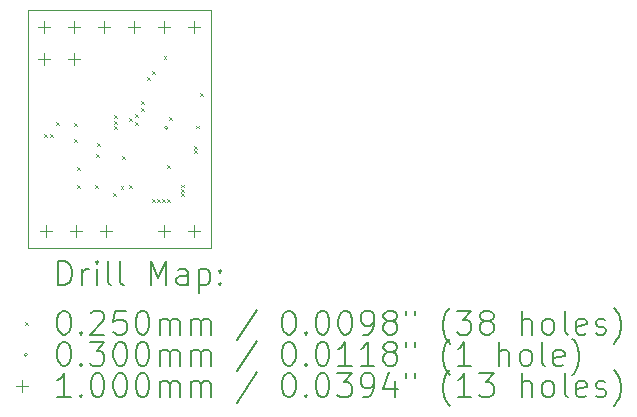
<source format=gbr>
%TF.GenerationSoftware,KiCad,Pcbnew,8.0.3*%
%TF.CreationDate,2024-11-10T00:39:22+08:00*%
%TF.ProjectId,NekoPurrTech_TiltingCtrl,4e656b6f-5075-4727-9254-6563685f5469,rev?*%
%TF.SameCoordinates,Original*%
%TF.FileFunction,Drillmap*%
%TF.FilePolarity,Positive*%
%FSLAX45Y45*%
G04 Gerber Fmt 4.5, Leading zero omitted, Abs format (unit mm)*
G04 Created by KiCad (PCBNEW 8.0.3) date 2024-11-10 00:39:22*
%MOMM*%
%LPD*%
G01*
G04 APERTURE LIST*
%ADD10C,0.050000*%
%ADD11C,0.200000*%
%ADD12C,0.100000*%
G04 APERTURE END LIST*
D10*
X8499000Y-5488000D02*
X10047000Y-5488000D01*
X10047000Y-7501000D01*
X8499000Y-7501000D01*
X8499000Y-5488000D01*
D11*
D12*
X8639500Y-6537500D02*
X8664500Y-6562500D01*
X8664500Y-6537500D02*
X8639500Y-6562500D01*
X8688500Y-6537500D02*
X8713500Y-6562500D01*
X8713500Y-6537500D02*
X8688500Y-6562500D01*
X8733500Y-6437000D02*
X8758500Y-6462000D01*
X8758500Y-6437000D02*
X8733500Y-6462000D01*
X8890000Y-6581500D02*
X8915000Y-6606500D01*
X8915000Y-6581500D02*
X8890000Y-6606500D01*
X8892500Y-6445500D02*
X8917500Y-6470500D01*
X8917500Y-6445500D02*
X8892500Y-6470500D01*
X8913775Y-6820711D02*
X8938775Y-6845711D01*
X8938775Y-6820711D02*
X8913775Y-6845711D01*
X8916500Y-6966500D02*
X8941500Y-6991500D01*
X8941500Y-6966500D02*
X8916500Y-6991500D01*
X9066500Y-6969500D02*
X9091500Y-6994500D01*
X9091500Y-6969500D02*
X9066500Y-6994500D01*
X9074500Y-6710000D02*
X9099500Y-6735000D01*
X9099500Y-6710000D02*
X9074500Y-6735000D01*
X9084407Y-6610406D02*
X9109407Y-6635406D01*
X9109407Y-6610406D02*
X9084407Y-6635406D01*
X9223500Y-7037500D02*
X9248500Y-7062500D01*
X9248500Y-7037500D02*
X9223500Y-7062500D01*
X9224500Y-6380500D02*
X9249500Y-6405500D01*
X9249500Y-6380500D02*
X9224500Y-6405500D01*
X9224500Y-6425500D02*
X9249500Y-6450500D01*
X9249500Y-6425500D02*
X9224500Y-6450500D01*
X9224500Y-6470500D02*
X9249500Y-6495500D01*
X9249500Y-6470500D02*
X9224500Y-6495500D01*
X9283500Y-6981500D02*
X9308500Y-7006500D01*
X9308500Y-6981500D02*
X9283500Y-7006500D01*
X9299800Y-6721200D02*
X9324800Y-6746200D01*
X9324800Y-6721200D02*
X9299800Y-6746200D01*
X9352500Y-6970500D02*
X9377500Y-6995500D01*
X9377500Y-6970500D02*
X9352500Y-6995500D01*
X9354500Y-6401500D02*
X9379500Y-6426500D01*
X9379500Y-6401500D02*
X9354500Y-6426500D01*
X9404256Y-6367969D02*
X9429256Y-6392969D01*
X9429256Y-6367969D02*
X9404256Y-6392969D01*
X9404423Y-6434782D02*
X9429423Y-6459782D01*
X9429423Y-6434782D02*
X9404423Y-6459782D01*
X9455500Y-6320000D02*
X9480500Y-6345000D01*
X9480500Y-6320000D02*
X9455500Y-6345000D01*
X9455500Y-6255000D02*
X9480500Y-6280000D01*
X9480500Y-6255000D02*
X9455500Y-6280000D01*
X9506500Y-6058500D02*
X9531500Y-6083500D01*
X9531500Y-6058500D02*
X9506500Y-6083500D01*
X9547500Y-6002500D02*
X9572500Y-6027500D01*
X9572500Y-6002500D02*
X9547500Y-6027500D01*
X9553500Y-7084500D02*
X9578500Y-7109500D01*
X9578500Y-7084500D02*
X9553500Y-7109500D01*
X9594500Y-7084500D02*
X9619500Y-7109500D01*
X9619500Y-7084500D02*
X9594500Y-7109500D01*
X9635500Y-7084500D02*
X9660500Y-7109500D01*
X9660500Y-7084500D02*
X9635500Y-7109500D01*
X9647500Y-5879500D02*
X9672500Y-5904500D01*
X9672500Y-5879500D02*
X9647500Y-5904500D01*
X9676482Y-6798193D02*
X9701482Y-6823193D01*
X9701482Y-6798193D02*
X9676482Y-6823193D01*
X9676500Y-7084500D02*
X9701500Y-7109500D01*
X9701500Y-7084500D02*
X9676500Y-7109500D01*
X9697500Y-6390500D02*
X9722500Y-6415500D01*
X9722500Y-6390500D02*
X9697500Y-6415500D01*
X9792500Y-6965000D02*
X9817500Y-6990000D01*
X9817500Y-6965000D02*
X9792500Y-6990000D01*
X9792500Y-7000000D02*
X9817500Y-7025000D01*
X9817500Y-7000000D02*
X9792500Y-7025000D01*
X9792500Y-7035000D02*
X9817500Y-7060000D01*
X9817500Y-7035000D02*
X9792500Y-7060000D01*
X9908500Y-6635500D02*
X9933500Y-6660500D01*
X9933500Y-6635500D02*
X9908500Y-6660500D01*
X9908500Y-6676500D02*
X9933500Y-6701500D01*
X9933500Y-6676500D02*
X9908500Y-6701500D01*
X9920000Y-6465503D02*
X9945000Y-6490503D01*
X9945000Y-6465503D02*
X9920000Y-6490503D01*
X9956500Y-6191500D02*
X9981500Y-6216500D01*
X9981500Y-6191500D02*
X9956500Y-6216500D01*
X9687331Y-6484777D02*
G75*
G02*
X9657331Y-6484777I-15000J0D01*
G01*
X9657331Y-6484777D02*
G75*
G02*
X9687331Y-6484777I15000J0D01*
G01*
X8634500Y-5850000D02*
X8634500Y-5950000D01*
X8584500Y-5900000D02*
X8684500Y-5900000D01*
X8635000Y-5580000D02*
X8635000Y-5680000D01*
X8585000Y-5630000D02*
X8685000Y-5630000D01*
X8650000Y-7310000D02*
X8650000Y-7410000D01*
X8600000Y-7360000D02*
X8700000Y-7360000D01*
X8888500Y-5850000D02*
X8888500Y-5950000D01*
X8838500Y-5900000D02*
X8938500Y-5900000D01*
X8889000Y-5580000D02*
X8889000Y-5680000D01*
X8839000Y-5630000D02*
X8939000Y-5630000D01*
X8904000Y-7310000D02*
X8904000Y-7410000D01*
X8854000Y-7360000D02*
X8954000Y-7360000D01*
X9143000Y-5580000D02*
X9143000Y-5680000D01*
X9093000Y-5630000D02*
X9193000Y-5630000D01*
X9158000Y-7310000D02*
X9158000Y-7410000D01*
X9108000Y-7360000D02*
X9208000Y-7360000D01*
X9397000Y-5580000D02*
X9397000Y-5680000D01*
X9347000Y-5630000D02*
X9447000Y-5630000D01*
X9648500Y-7310000D02*
X9648500Y-7410000D01*
X9598500Y-7360000D02*
X9698500Y-7360000D01*
X9651000Y-5580000D02*
X9651000Y-5680000D01*
X9601000Y-5630000D02*
X9701000Y-5630000D01*
X9902500Y-7310000D02*
X9902500Y-7410000D01*
X9852500Y-7360000D02*
X9952500Y-7360000D01*
X9905000Y-5580000D02*
X9905000Y-5680000D01*
X9855000Y-5630000D02*
X9955000Y-5630000D01*
D11*
X8757277Y-7814984D02*
X8757277Y-7614984D01*
X8757277Y-7614984D02*
X8804896Y-7614984D01*
X8804896Y-7614984D02*
X8833467Y-7624508D01*
X8833467Y-7624508D02*
X8852515Y-7643555D01*
X8852515Y-7643555D02*
X8862039Y-7662603D01*
X8862039Y-7662603D02*
X8871563Y-7700698D01*
X8871563Y-7700698D02*
X8871563Y-7729269D01*
X8871563Y-7729269D02*
X8862039Y-7767365D01*
X8862039Y-7767365D02*
X8852515Y-7786412D01*
X8852515Y-7786412D02*
X8833467Y-7805460D01*
X8833467Y-7805460D02*
X8804896Y-7814984D01*
X8804896Y-7814984D02*
X8757277Y-7814984D01*
X8957277Y-7814984D02*
X8957277Y-7681650D01*
X8957277Y-7719746D02*
X8966801Y-7700698D01*
X8966801Y-7700698D02*
X8976324Y-7691174D01*
X8976324Y-7691174D02*
X8995372Y-7681650D01*
X8995372Y-7681650D02*
X9014420Y-7681650D01*
X9081086Y-7814984D02*
X9081086Y-7681650D01*
X9081086Y-7614984D02*
X9071563Y-7624508D01*
X9071563Y-7624508D02*
X9081086Y-7634031D01*
X9081086Y-7634031D02*
X9090610Y-7624508D01*
X9090610Y-7624508D02*
X9081086Y-7614984D01*
X9081086Y-7614984D02*
X9081086Y-7634031D01*
X9204896Y-7814984D02*
X9185848Y-7805460D01*
X9185848Y-7805460D02*
X9176324Y-7786412D01*
X9176324Y-7786412D02*
X9176324Y-7614984D01*
X9309658Y-7814984D02*
X9290610Y-7805460D01*
X9290610Y-7805460D02*
X9281086Y-7786412D01*
X9281086Y-7786412D02*
X9281086Y-7614984D01*
X9538229Y-7814984D02*
X9538229Y-7614984D01*
X9538229Y-7614984D02*
X9604896Y-7757841D01*
X9604896Y-7757841D02*
X9671563Y-7614984D01*
X9671563Y-7614984D02*
X9671563Y-7814984D01*
X9852515Y-7814984D02*
X9852515Y-7710222D01*
X9852515Y-7710222D02*
X9842991Y-7691174D01*
X9842991Y-7691174D02*
X9823944Y-7681650D01*
X9823944Y-7681650D02*
X9785848Y-7681650D01*
X9785848Y-7681650D02*
X9766801Y-7691174D01*
X9852515Y-7805460D02*
X9833467Y-7814984D01*
X9833467Y-7814984D02*
X9785848Y-7814984D01*
X9785848Y-7814984D02*
X9766801Y-7805460D01*
X9766801Y-7805460D02*
X9757277Y-7786412D01*
X9757277Y-7786412D02*
X9757277Y-7767365D01*
X9757277Y-7767365D02*
X9766801Y-7748317D01*
X9766801Y-7748317D02*
X9785848Y-7738793D01*
X9785848Y-7738793D02*
X9833467Y-7738793D01*
X9833467Y-7738793D02*
X9852515Y-7729269D01*
X9947753Y-7681650D02*
X9947753Y-7881650D01*
X9947753Y-7691174D02*
X9966801Y-7681650D01*
X9966801Y-7681650D02*
X10004896Y-7681650D01*
X10004896Y-7681650D02*
X10023944Y-7691174D01*
X10023944Y-7691174D02*
X10033467Y-7700698D01*
X10033467Y-7700698D02*
X10042991Y-7719746D01*
X10042991Y-7719746D02*
X10042991Y-7776888D01*
X10042991Y-7776888D02*
X10033467Y-7795936D01*
X10033467Y-7795936D02*
X10023944Y-7805460D01*
X10023944Y-7805460D02*
X10004896Y-7814984D01*
X10004896Y-7814984D02*
X9966801Y-7814984D01*
X9966801Y-7814984D02*
X9947753Y-7805460D01*
X10128705Y-7795936D02*
X10138229Y-7805460D01*
X10138229Y-7805460D02*
X10128705Y-7814984D01*
X10128705Y-7814984D02*
X10119182Y-7805460D01*
X10119182Y-7805460D02*
X10128705Y-7795936D01*
X10128705Y-7795936D02*
X10128705Y-7814984D01*
X10128705Y-7691174D02*
X10138229Y-7700698D01*
X10138229Y-7700698D02*
X10128705Y-7710222D01*
X10128705Y-7710222D02*
X10119182Y-7700698D01*
X10119182Y-7700698D02*
X10128705Y-7691174D01*
X10128705Y-7691174D02*
X10128705Y-7710222D01*
D12*
X8471500Y-8131000D02*
X8496500Y-8156000D01*
X8496500Y-8131000D02*
X8471500Y-8156000D01*
D11*
X8795372Y-8034984D02*
X8814420Y-8034984D01*
X8814420Y-8034984D02*
X8833467Y-8044508D01*
X8833467Y-8044508D02*
X8842991Y-8054031D01*
X8842991Y-8054031D02*
X8852515Y-8073079D01*
X8852515Y-8073079D02*
X8862039Y-8111174D01*
X8862039Y-8111174D02*
X8862039Y-8158793D01*
X8862039Y-8158793D02*
X8852515Y-8196888D01*
X8852515Y-8196888D02*
X8842991Y-8215936D01*
X8842991Y-8215936D02*
X8833467Y-8225460D01*
X8833467Y-8225460D02*
X8814420Y-8234984D01*
X8814420Y-8234984D02*
X8795372Y-8234984D01*
X8795372Y-8234984D02*
X8776324Y-8225460D01*
X8776324Y-8225460D02*
X8766801Y-8215936D01*
X8766801Y-8215936D02*
X8757277Y-8196888D01*
X8757277Y-8196888D02*
X8747753Y-8158793D01*
X8747753Y-8158793D02*
X8747753Y-8111174D01*
X8747753Y-8111174D02*
X8757277Y-8073079D01*
X8757277Y-8073079D02*
X8766801Y-8054031D01*
X8766801Y-8054031D02*
X8776324Y-8044508D01*
X8776324Y-8044508D02*
X8795372Y-8034984D01*
X8947753Y-8215936D02*
X8957277Y-8225460D01*
X8957277Y-8225460D02*
X8947753Y-8234984D01*
X8947753Y-8234984D02*
X8938229Y-8225460D01*
X8938229Y-8225460D02*
X8947753Y-8215936D01*
X8947753Y-8215936D02*
X8947753Y-8234984D01*
X9033467Y-8054031D02*
X9042991Y-8044508D01*
X9042991Y-8044508D02*
X9062039Y-8034984D01*
X9062039Y-8034984D02*
X9109658Y-8034984D01*
X9109658Y-8034984D02*
X9128705Y-8044508D01*
X9128705Y-8044508D02*
X9138229Y-8054031D01*
X9138229Y-8054031D02*
X9147753Y-8073079D01*
X9147753Y-8073079D02*
X9147753Y-8092127D01*
X9147753Y-8092127D02*
X9138229Y-8120698D01*
X9138229Y-8120698D02*
X9023944Y-8234984D01*
X9023944Y-8234984D02*
X9147753Y-8234984D01*
X9328705Y-8034984D02*
X9233467Y-8034984D01*
X9233467Y-8034984D02*
X9223944Y-8130222D01*
X9223944Y-8130222D02*
X9233467Y-8120698D01*
X9233467Y-8120698D02*
X9252515Y-8111174D01*
X9252515Y-8111174D02*
X9300134Y-8111174D01*
X9300134Y-8111174D02*
X9319182Y-8120698D01*
X9319182Y-8120698D02*
X9328705Y-8130222D01*
X9328705Y-8130222D02*
X9338229Y-8149269D01*
X9338229Y-8149269D02*
X9338229Y-8196888D01*
X9338229Y-8196888D02*
X9328705Y-8215936D01*
X9328705Y-8215936D02*
X9319182Y-8225460D01*
X9319182Y-8225460D02*
X9300134Y-8234984D01*
X9300134Y-8234984D02*
X9252515Y-8234984D01*
X9252515Y-8234984D02*
X9233467Y-8225460D01*
X9233467Y-8225460D02*
X9223944Y-8215936D01*
X9462039Y-8034984D02*
X9481086Y-8034984D01*
X9481086Y-8034984D02*
X9500134Y-8044508D01*
X9500134Y-8044508D02*
X9509658Y-8054031D01*
X9509658Y-8054031D02*
X9519182Y-8073079D01*
X9519182Y-8073079D02*
X9528705Y-8111174D01*
X9528705Y-8111174D02*
X9528705Y-8158793D01*
X9528705Y-8158793D02*
X9519182Y-8196888D01*
X9519182Y-8196888D02*
X9509658Y-8215936D01*
X9509658Y-8215936D02*
X9500134Y-8225460D01*
X9500134Y-8225460D02*
X9481086Y-8234984D01*
X9481086Y-8234984D02*
X9462039Y-8234984D01*
X9462039Y-8234984D02*
X9442991Y-8225460D01*
X9442991Y-8225460D02*
X9433467Y-8215936D01*
X9433467Y-8215936D02*
X9423944Y-8196888D01*
X9423944Y-8196888D02*
X9414420Y-8158793D01*
X9414420Y-8158793D02*
X9414420Y-8111174D01*
X9414420Y-8111174D02*
X9423944Y-8073079D01*
X9423944Y-8073079D02*
X9433467Y-8054031D01*
X9433467Y-8054031D02*
X9442991Y-8044508D01*
X9442991Y-8044508D02*
X9462039Y-8034984D01*
X9614420Y-8234984D02*
X9614420Y-8101650D01*
X9614420Y-8120698D02*
X9623944Y-8111174D01*
X9623944Y-8111174D02*
X9642991Y-8101650D01*
X9642991Y-8101650D02*
X9671563Y-8101650D01*
X9671563Y-8101650D02*
X9690610Y-8111174D01*
X9690610Y-8111174D02*
X9700134Y-8130222D01*
X9700134Y-8130222D02*
X9700134Y-8234984D01*
X9700134Y-8130222D02*
X9709658Y-8111174D01*
X9709658Y-8111174D02*
X9728705Y-8101650D01*
X9728705Y-8101650D02*
X9757277Y-8101650D01*
X9757277Y-8101650D02*
X9776325Y-8111174D01*
X9776325Y-8111174D02*
X9785848Y-8130222D01*
X9785848Y-8130222D02*
X9785848Y-8234984D01*
X9881086Y-8234984D02*
X9881086Y-8101650D01*
X9881086Y-8120698D02*
X9890610Y-8111174D01*
X9890610Y-8111174D02*
X9909658Y-8101650D01*
X9909658Y-8101650D02*
X9938229Y-8101650D01*
X9938229Y-8101650D02*
X9957277Y-8111174D01*
X9957277Y-8111174D02*
X9966801Y-8130222D01*
X9966801Y-8130222D02*
X9966801Y-8234984D01*
X9966801Y-8130222D02*
X9976325Y-8111174D01*
X9976325Y-8111174D02*
X9995372Y-8101650D01*
X9995372Y-8101650D02*
X10023944Y-8101650D01*
X10023944Y-8101650D02*
X10042991Y-8111174D01*
X10042991Y-8111174D02*
X10052515Y-8130222D01*
X10052515Y-8130222D02*
X10052515Y-8234984D01*
X10442991Y-8025460D02*
X10271563Y-8282603D01*
X10700134Y-8034984D02*
X10719182Y-8034984D01*
X10719182Y-8034984D02*
X10738229Y-8044508D01*
X10738229Y-8044508D02*
X10747753Y-8054031D01*
X10747753Y-8054031D02*
X10757277Y-8073079D01*
X10757277Y-8073079D02*
X10766801Y-8111174D01*
X10766801Y-8111174D02*
X10766801Y-8158793D01*
X10766801Y-8158793D02*
X10757277Y-8196888D01*
X10757277Y-8196888D02*
X10747753Y-8215936D01*
X10747753Y-8215936D02*
X10738229Y-8225460D01*
X10738229Y-8225460D02*
X10719182Y-8234984D01*
X10719182Y-8234984D02*
X10700134Y-8234984D01*
X10700134Y-8234984D02*
X10681087Y-8225460D01*
X10681087Y-8225460D02*
X10671563Y-8215936D01*
X10671563Y-8215936D02*
X10662039Y-8196888D01*
X10662039Y-8196888D02*
X10652515Y-8158793D01*
X10652515Y-8158793D02*
X10652515Y-8111174D01*
X10652515Y-8111174D02*
X10662039Y-8073079D01*
X10662039Y-8073079D02*
X10671563Y-8054031D01*
X10671563Y-8054031D02*
X10681087Y-8044508D01*
X10681087Y-8044508D02*
X10700134Y-8034984D01*
X10852515Y-8215936D02*
X10862039Y-8225460D01*
X10862039Y-8225460D02*
X10852515Y-8234984D01*
X10852515Y-8234984D02*
X10842991Y-8225460D01*
X10842991Y-8225460D02*
X10852515Y-8215936D01*
X10852515Y-8215936D02*
X10852515Y-8234984D01*
X10985848Y-8034984D02*
X11004896Y-8034984D01*
X11004896Y-8034984D02*
X11023944Y-8044508D01*
X11023944Y-8044508D02*
X11033468Y-8054031D01*
X11033468Y-8054031D02*
X11042991Y-8073079D01*
X11042991Y-8073079D02*
X11052515Y-8111174D01*
X11052515Y-8111174D02*
X11052515Y-8158793D01*
X11052515Y-8158793D02*
X11042991Y-8196888D01*
X11042991Y-8196888D02*
X11033468Y-8215936D01*
X11033468Y-8215936D02*
X11023944Y-8225460D01*
X11023944Y-8225460D02*
X11004896Y-8234984D01*
X11004896Y-8234984D02*
X10985848Y-8234984D01*
X10985848Y-8234984D02*
X10966801Y-8225460D01*
X10966801Y-8225460D02*
X10957277Y-8215936D01*
X10957277Y-8215936D02*
X10947753Y-8196888D01*
X10947753Y-8196888D02*
X10938229Y-8158793D01*
X10938229Y-8158793D02*
X10938229Y-8111174D01*
X10938229Y-8111174D02*
X10947753Y-8073079D01*
X10947753Y-8073079D02*
X10957277Y-8054031D01*
X10957277Y-8054031D02*
X10966801Y-8044508D01*
X10966801Y-8044508D02*
X10985848Y-8034984D01*
X11176325Y-8034984D02*
X11195372Y-8034984D01*
X11195372Y-8034984D02*
X11214420Y-8044508D01*
X11214420Y-8044508D02*
X11223944Y-8054031D01*
X11223944Y-8054031D02*
X11233467Y-8073079D01*
X11233467Y-8073079D02*
X11242991Y-8111174D01*
X11242991Y-8111174D02*
X11242991Y-8158793D01*
X11242991Y-8158793D02*
X11233467Y-8196888D01*
X11233467Y-8196888D02*
X11223944Y-8215936D01*
X11223944Y-8215936D02*
X11214420Y-8225460D01*
X11214420Y-8225460D02*
X11195372Y-8234984D01*
X11195372Y-8234984D02*
X11176325Y-8234984D01*
X11176325Y-8234984D02*
X11157277Y-8225460D01*
X11157277Y-8225460D02*
X11147753Y-8215936D01*
X11147753Y-8215936D02*
X11138229Y-8196888D01*
X11138229Y-8196888D02*
X11128706Y-8158793D01*
X11128706Y-8158793D02*
X11128706Y-8111174D01*
X11128706Y-8111174D02*
X11138229Y-8073079D01*
X11138229Y-8073079D02*
X11147753Y-8054031D01*
X11147753Y-8054031D02*
X11157277Y-8044508D01*
X11157277Y-8044508D02*
X11176325Y-8034984D01*
X11338229Y-8234984D02*
X11376325Y-8234984D01*
X11376325Y-8234984D02*
X11395372Y-8225460D01*
X11395372Y-8225460D02*
X11404896Y-8215936D01*
X11404896Y-8215936D02*
X11423944Y-8187365D01*
X11423944Y-8187365D02*
X11433467Y-8149269D01*
X11433467Y-8149269D02*
X11433467Y-8073079D01*
X11433467Y-8073079D02*
X11423944Y-8054031D01*
X11423944Y-8054031D02*
X11414420Y-8044508D01*
X11414420Y-8044508D02*
X11395372Y-8034984D01*
X11395372Y-8034984D02*
X11357277Y-8034984D01*
X11357277Y-8034984D02*
X11338229Y-8044508D01*
X11338229Y-8044508D02*
X11328706Y-8054031D01*
X11328706Y-8054031D02*
X11319182Y-8073079D01*
X11319182Y-8073079D02*
X11319182Y-8120698D01*
X11319182Y-8120698D02*
X11328706Y-8139746D01*
X11328706Y-8139746D02*
X11338229Y-8149269D01*
X11338229Y-8149269D02*
X11357277Y-8158793D01*
X11357277Y-8158793D02*
X11395372Y-8158793D01*
X11395372Y-8158793D02*
X11414420Y-8149269D01*
X11414420Y-8149269D02*
X11423944Y-8139746D01*
X11423944Y-8139746D02*
X11433467Y-8120698D01*
X11547753Y-8120698D02*
X11528706Y-8111174D01*
X11528706Y-8111174D02*
X11519182Y-8101650D01*
X11519182Y-8101650D02*
X11509658Y-8082603D01*
X11509658Y-8082603D02*
X11509658Y-8073079D01*
X11509658Y-8073079D02*
X11519182Y-8054031D01*
X11519182Y-8054031D02*
X11528706Y-8044508D01*
X11528706Y-8044508D02*
X11547753Y-8034984D01*
X11547753Y-8034984D02*
X11585848Y-8034984D01*
X11585848Y-8034984D02*
X11604896Y-8044508D01*
X11604896Y-8044508D02*
X11614420Y-8054031D01*
X11614420Y-8054031D02*
X11623944Y-8073079D01*
X11623944Y-8073079D02*
X11623944Y-8082603D01*
X11623944Y-8082603D02*
X11614420Y-8101650D01*
X11614420Y-8101650D02*
X11604896Y-8111174D01*
X11604896Y-8111174D02*
X11585848Y-8120698D01*
X11585848Y-8120698D02*
X11547753Y-8120698D01*
X11547753Y-8120698D02*
X11528706Y-8130222D01*
X11528706Y-8130222D02*
X11519182Y-8139746D01*
X11519182Y-8139746D02*
X11509658Y-8158793D01*
X11509658Y-8158793D02*
X11509658Y-8196888D01*
X11509658Y-8196888D02*
X11519182Y-8215936D01*
X11519182Y-8215936D02*
X11528706Y-8225460D01*
X11528706Y-8225460D02*
X11547753Y-8234984D01*
X11547753Y-8234984D02*
X11585848Y-8234984D01*
X11585848Y-8234984D02*
X11604896Y-8225460D01*
X11604896Y-8225460D02*
X11614420Y-8215936D01*
X11614420Y-8215936D02*
X11623944Y-8196888D01*
X11623944Y-8196888D02*
X11623944Y-8158793D01*
X11623944Y-8158793D02*
X11614420Y-8139746D01*
X11614420Y-8139746D02*
X11604896Y-8130222D01*
X11604896Y-8130222D02*
X11585848Y-8120698D01*
X11700134Y-8034984D02*
X11700134Y-8073079D01*
X11776325Y-8034984D02*
X11776325Y-8073079D01*
X12071563Y-8311174D02*
X12062039Y-8301650D01*
X12062039Y-8301650D02*
X12042991Y-8273079D01*
X12042991Y-8273079D02*
X12033468Y-8254031D01*
X12033468Y-8254031D02*
X12023944Y-8225460D01*
X12023944Y-8225460D02*
X12014420Y-8177841D01*
X12014420Y-8177841D02*
X12014420Y-8139746D01*
X12014420Y-8139746D02*
X12023944Y-8092127D01*
X12023944Y-8092127D02*
X12033468Y-8063555D01*
X12033468Y-8063555D02*
X12042991Y-8044508D01*
X12042991Y-8044508D02*
X12062039Y-8015936D01*
X12062039Y-8015936D02*
X12071563Y-8006412D01*
X12128706Y-8034984D02*
X12252515Y-8034984D01*
X12252515Y-8034984D02*
X12185848Y-8111174D01*
X12185848Y-8111174D02*
X12214420Y-8111174D01*
X12214420Y-8111174D02*
X12233468Y-8120698D01*
X12233468Y-8120698D02*
X12242991Y-8130222D01*
X12242991Y-8130222D02*
X12252515Y-8149269D01*
X12252515Y-8149269D02*
X12252515Y-8196888D01*
X12252515Y-8196888D02*
X12242991Y-8215936D01*
X12242991Y-8215936D02*
X12233468Y-8225460D01*
X12233468Y-8225460D02*
X12214420Y-8234984D01*
X12214420Y-8234984D02*
X12157277Y-8234984D01*
X12157277Y-8234984D02*
X12138229Y-8225460D01*
X12138229Y-8225460D02*
X12128706Y-8215936D01*
X12366801Y-8120698D02*
X12347753Y-8111174D01*
X12347753Y-8111174D02*
X12338229Y-8101650D01*
X12338229Y-8101650D02*
X12328706Y-8082603D01*
X12328706Y-8082603D02*
X12328706Y-8073079D01*
X12328706Y-8073079D02*
X12338229Y-8054031D01*
X12338229Y-8054031D02*
X12347753Y-8044508D01*
X12347753Y-8044508D02*
X12366801Y-8034984D01*
X12366801Y-8034984D02*
X12404896Y-8034984D01*
X12404896Y-8034984D02*
X12423944Y-8044508D01*
X12423944Y-8044508D02*
X12433468Y-8054031D01*
X12433468Y-8054031D02*
X12442991Y-8073079D01*
X12442991Y-8073079D02*
X12442991Y-8082603D01*
X12442991Y-8082603D02*
X12433468Y-8101650D01*
X12433468Y-8101650D02*
X12423944Y-8111174D01*
X12423944Y-8111174D02*
X12404896Y-8120698D01*
X12404896Y-8120698D02*
X12366801Y-8120698D01*
X12366801Y-8120698D02*
X12347753Y-8130222D01*
X12347753Y-8130222D02*
X12338229Y-8139746D01*
X12338229Y-8139746D02*
X12328706Y-8158793D01*
X12328706Y-8158793D02*
X12328706Y-8196888D01*
X12328706Y-8196888D02*
X12338229Y-8215936D01*
X12338229Y-8215936D02*
X12347753Y-8225460D01*
X12347753Y-8225460D02*
X12366801Y-8234984D01*
X12366801Y-8234984D02*
X12404896Y-8234984D01*
X12404896Y-8234984D02*
X12423944Y-8225460D01*
X12423944Y-8225460D02*
X12433468Y-8215936D01*
X12433468Y-8215936D02*
X12442991Y-8196888D01*
X12442991Y-8196888D02*
X12442991Y-8158793D01*
X12442991Y-8158793D02*
X12433468Y-8139746D01*
X12433468Y-8139746D02*
X12423944Y-8130222D01*
X12423944Y-8130222D02*
X12404896Y-8120698D01*
X12681087Y-8234984D02*
X12681087Y-8034984D01*
X12766801Y-8234984D02*
X12766801Y-8130222D01*
X12766801Y-8130222D02*
X12757277Y-8111174D01*
X12757277Y-8111174D02*
X12738230Y-8101650D01*
X12738230Y-8101650D02*
X12709658Y-8101650D01*
X12709658Y-8101650D02*
X12690610Y-8111174D01*
X12690610Y-8111174D02*
X12681087Y-8120698D01*
X12890610Y-8234984D02*
X12871563Y-8225460D01*
X12871563Y-8225460D02*
X12862039Y-8215936D01*
X12862039Y-8215936D02*
X12852515Y-8196888D01*
X12852515Y-8196888D02*
X12852515Y-8139746D01*
X12852515Y-8139746D02*
X12862039Y-8120698D01*
X12862039Y-8120698D02*
X12871563Y-8111174D01*
X12871563Y-8111174D02*
X12890610Y-8101650D01*
X12890610Y-8101650D02*
X12919182Y-8101650D01*
X12919182Y-8101650D02*
X12938230Y-8111174D01*
X12938230Y-8111174D02*
X12947753Y-8120698D01*
X12947753Y-8120698D02*
X12957277Y-8139746D01*
X12957277Y-8139746D02*
X12957277Y-8196888D01*
X12957277Y-8196888D02*
X12947753Y-8215936D01*
X12947753Y-8215936D02*
X12938230Y-8225460D01*
X12938230Y-8225460D02*
X12919182Y-8234984D01*
X12919182Y-8234984D02*
X12890610Y-8234984D01*
X13071563Y-8234984D02*
X13052515Y-8225460D01*
X13052515Y-8225460D02*
X13042991Y-8206412D01*
X13042991Y-8206412D02*
X13042991Y-8034984D01*
X13223944Y-8225460D02*
X13204896Y-8234984D01*
X13204896Y-8234984D02*
X13166801Y-8234984D01*
X13166801Y-8234984D02*
X13147753Y-8225460D01*
X13147753Y-8225460D02*
X13138230Y-8206412D01*
X13138230Y-8206412D02*
X13138230Y-8130222D01*
X13138230Y-8130222D02*
X13147753Y-8111174D01*
X13147753Y-8111174D02*
X13166801Y-8101650D01*
X13166801Y-8101650D02*
X13204896Y-8101650D01*
X13204896Y-8101650D02*
X13223944Y-8111174D01*
X13223944Y-8111174D02*
X13233468Y-8130222D01*
X13233468Y-8130222D02*
X13233468Y-8149269D01*
X13233468Y-8149269D02*
X13138230Y-8168317D01*
X13309658Y-8225460D02*
X13328706Y-8234984D01*
X13328706Y-8234984D02*
X13366801Y-8234984D01*
X13366801Y-8234984D02*
X13385849Y-8225460D01*
X13385849Y-8225460D02*
X13395372Y-8206412D01*
X13395372Y-8206412D02*
X13395372Y-8196888D01*
X13395372Y-8196888D02*
X13385849Y-8177841D01*
X13385849Y-8177841D02*
X13366801Y-8168317D01*
X13366801Y-8168317D02*
X13338230Y-8168317D01*
X13338230Y-8168317D02*
X13319182Y-8158793D01*
X13319182Y-8158793D02*
X13309658Y-8139746D01*
X13309658Y-8139746D02*
X13309658Y-8130222D01*
X13309658Y-8130222D02*
X13319182Y-8111174D01*
X13319182Y-8111174D02*
X13338230Y-8101650D01*
X13338230Y-8101650D02*
X13366801Y-8101650D01*
X13366801Y-8101650D02*
X13385849Y-8111174D01*
X13462039Y-8311174D02*
X13471563Y-8301650D01*
X13471563Y-8301650D02*
X13490611Y-8273079D01*
X13490611Y-8273079D02*
X13500134Y-8254031D01*
X13500134Y-8254031D02*
X13509658Y-8225460D01*
X13509658Y-8225460D02*
X13519182Y-8177841D01*
X13519182Y-8177841D02*
X13519182Y-8139746D01*
X13519182Y-8139746D02*
X13509658Y-8092127D01*
X13509658Y-8092127D02*
X13500134Y-8063555D01*
X13500134Y-8063555D02*
X13490611Y-8044508D01*
X13490611Y-8044508D02*
X13471563Y-8015936D01*
X13471563Y-8015936D02*
X13462039Y-8006412D01*
D12*
X8496500Y-8407500D02*
G75*
G02*
X8466500Y-8407500I-15000J0D01*
G01*
X8466500Y-8407500D02*
G75*
G02*
X8496500Y-8407500I15000J0D01*
G01*
D11*
X8795372Y-8298984D02*
X8814420Y-8298984D01*
X8814420Y-8298984D02*
X8833467Y-8308508D01*
X8833467Y-8308508D02*
X8842991Y-8318031D01*
X8842991Y-8318031D02*
X8852515Y-8337079D01*
X8852515Y-8337079D02*
X8862039Y-8375174D01*
X8862039Y-8375174D02*
X8862039Y-8422793D01*
X8862039Y-8422793D02*
X8852515Y-8460889D01*
X8852515Y-8460889D02*
X8842991Y-8479936D01*
X8842991Y-8479936D02*
X8833467Y-8489460D01*
X8833467Y-8489460D02*
X8814420Y-8498984D01*
X8814420Y-8498984D02*
X8795372Y-8498984D01*
X8795372Y-8498984D02*
X8776324Y-8489460D01*
X8776324Y-8489460D02*
X8766801Y-8479936D01*
X8766801Y-8479936D02*
X8757277Y-8460889D01*
X8757277Y-8460889D02*
X8747753Y-8422793D01*
X8747753Y-8422793D02*
X8747753Y-8375174D01*
X8747753Y-8375174D02*
X8757277Y-8337079D01*
X8757277Y-8337079D02*
X8766801Y-8318031D01*
X8766801Y-8318031D02*
X8776324Y-8308508D01*
X8776324Y-8308508D02*
X8795372Y-8298984D01*
X8947753Y-8479936D02*
X8957277Y-8489460D01*
X8957277Y-8489460D02*
X8947753Y-8498984D01*
X8947753Y-8498984D02*
X8938229Y-8489460D01*
X8938229Y-8489460D02*
X8947753Y-8479936D01*
X8947753Y-8479936D02*
X8947753Y-8498984D01*
X9023944Y-8298984D02*
X9147753Y-8298984D01*
X9147753Y-8298984D02*
X9081086Y-8375174D01*
X9081086Y-8375174D02*
X9109658Y-8375174D01*
X9109658Y-8375174D02*
X9128705Y-8384698D01*
X9128705Y-8384698D02*
X9138229Y-8394222D01*
X9138229Y-8394222D02*
X9147753Y-8413270D01*
X9147753Y-8413270D02*
X9147753Y-8460889D01*
X9147753Y-8460889D02*
X9138229Y-8479936D01*
X9138229Y-8479936D02*
X9128705Y-8489460D01*
X9128705Y-8489460D02*
X9109658Y-8498984D01*
X9109658Y-8498984D02*
X9052515Y-8498984D01*
X9052515Y-8498984D02*
X9033467Y-8489460D01*
X9033467Y-8489460D02*
X9023944Y-8479936D01*
X9271563Y-8298984D02*
X9290610Y-8298984D01*
X9290610Y-8298984D02*
X9309658Y-8308508D01*
X9309658Y-8308508D02*
X9319182Y-8318031D01*
X9319182Y-8318031D02*
X9328705Y-8337079D01*
X9328705Y-8337079D02*
X9338229Y-8375174D01*
X9338229Y-8375174D02*
X9338229Y-8422793D01*
X9338229Y-8422793D02*
X9328705Y-8460889D01*
X9328705Y-8460889D02*
X9319182Y-8479936D01*
X9319182Y-8479936D02*
X9309658Y-8489460D01*
X9309658Y-8489460D02*
X9290610Y-8498984D01*
X9290610Y-8498984D02*
X9271563Y-8498984D01*
X9271563Y-8498984D02*
X9252515Y-8489460D01*
X9252515Y-8489460D02*
X9242991Y-8479936D01*
X9242991Y-8479936D02*
X9233467Y-8460889D01*
X9233467Y-8460889D02*
X9223944Y-8422793D01*
X9223944Y-8422793D02*
X9223944Y-8375174D01*
X9223944Y-8375174D02*
X9233467Y-8337079D01*
X9233467Y-8337079D02*
X9242991Y-8318031D01*
X9242991Y-8318031D02*
X9252515Y-8308508D01*
X9252515Y-8308508D02*
X9271563Y-8298984D01*
X9462039Y-8298984D02*
X9481086Y-8298984D01*
X9481086Y-8298984D02*
X9500134Y-8308508D01*
X9500134Y-8308508D02*
X9509658Y-8318031D01*
X9509658Y-8318031D02*
X9519182Y-8337079D01*
X9519182Y-8337079D02*
X9528705Y-8375174D01*
X9528705Y-8375174D02*
X9528705Y-8422793D01*
X9528705Y-8422793D02*
X9519182Y-8460889D01*
X9519182Y-8460889D02*
X9509658Y-8479936D01*
X9509658Y-8479936D02*
X9500134Y-8489460D01*
X9500134Y-8489460D02*
X9481086Y-8498984D01*
X9481086Y-8498984D02*
X9462039Y-8498984D01*
X9462039Y-8498984D02*
X9442991Y-8489460D01*
X9442991Y-8489460D02*
X9433467Y-8479936D01*
X9433467Y-8479936D02*
X9423944Y-8460889D01*
X9423944Y-8460889D02*
X9414420Y-8422793D01*
X9414420Y-8422793D02*
X9414420Y-8375174D01*
X9414420Y-8375174D02*
X9423944Y-8337079D01*
X9423944Y-8337079D02*
X9433467Y-8318031D01*
X9433467Y-8318031D02*
X9442991Y-8308508D01*
X9442991Y-8308508D02*
X9462039Y-8298984D01*
X9614420Y-8498984D02*
X9614420Y-8365650D01*
X9614420Y-8384698D02*
X9623944Y-8375174D01*
X9623944Y-8375174D02*
X9642991Y-8365650D01*
X9642991Y-8365650D02*
X9671563Y-8365650D01*
X9671563Y-8365650D02*
X9690610Y-8375174D01*
X9690610Y-8375174D02*
X9700134Y-8394222D01*
X9700134Y-8394222D02*
X9700134Y-8498984D01*
X9700134Y-8394222D02*
X9709658Y-8375174D01*
X9709658Y-8375174D02*
X9728705Y-8365650D01*
X9728705Y-8365650D02*
X9757277Y-8365650D01*
X9757277Y-8365650D02*
X9776325Y-8375174D01*
X9776325Y-8375174D02*
X9785848Y-8394222D01*
X9785848Y-8394222D02*
X9785848Y-8498984D01*
X9881086Y-8498984D02*
X9881086Y-8365650D01*
X9881086Y-8384698D02*
X9890610Y-8375174D01*
X9890610Y-8375174D02*
X9909658Y-8365650D01*
X9909658Y-8365650D02*
X9938229Y-8365650D01*
X9938229Y-8365650D02*
X9957277Y-8375174D01*
X9957277Y-8375174D02*
X9966801Y-8394222D01*
X9966801Y-8394222D02*
X9966801Y-8498984D01*
X9966801Y-8394222D02*
X9976325Y-8375174D01*
X9976325Y-8375174D02*
X9995372Y-8365650D01*
X9995372Y-8365650D02*
X10023944Y-8365650D01*
X10023944Y-8365650D02*
X10042991Y-8375174D01*
X10042991Y-8375174D02*
X10052515Y-8394222D01*
X10052515Y-8394222D02*
X10052515Y-8498984D01*
X10442991Y-8289460D02*
X10271563Y-8546603D01*
X10700134Y-8298984D02*
X10719182Y-8298984D01*
X10719182Y-8298984D02*
X10738229Y-8308508D01*
X10738229Y-8308508D02*
X10747753Y-8318031D01*
X10747753Y-8318031D02*
X10757277Y-8337079D01*
X10757277Y-8337079D02*
X10766801Y-8375174D01*
X10766801Y-8375174D02*
X10766801Y-8422793D01*
X10766801Y-8422793D02*
X10757277Y-8460889D01*
X10757277Y-8460889D02*
X10747753Y-8479936D01*
X10747753Y-8479936D02*
X10738229Y-8489460D01*
X10738229Y-8489460D02*
X10719182Y-8498984D01*
X10719182Y-8498984D02*
X10700134Y-8498984D01*
X10700134Y-8498984D02*
X10681087Y-8489460D01*
X10681087Y-8489460D02*
X10671563Y-8479936D01*
X10671563Y-8479936D02*
X10662039Y-8460889D01*
X10662039Y-8460889D02*
X10652515Y-8422793D01*
X10652515Y-8422793D02*
X10652515Y-8375174D01*
X10652515Y-8375174D02*
X10662039Y-8337079D01*
X10662039Y-8337079D02*
X10671563Y-8318031D01*
X10671563Y-8318031D02*
X10681087Y-8308508D01*
X10681087Y-8308508D02*
X10700134Y-8298984D01*
X10852515Y-8479936D02*
X10862039Y-8489460D01*
X10862039Y-8489460D02*
X10852515Y-8498984D01*
X10852515Y-8498984D02*
X10842991Y-8489460D01*
X10842991Y-8489460D02*
X10852515Y-8479936D01*
X10852515Y-8479936D02*
X10852515Y-8498984D01*
X10985848Y-8298984D02*
X11004896Y-8298984D01*
X11004896Y-8298984D02*
X11023944Y-8308508D01*
X11023944Y-8308508D02*
X11033468Y-8318031D01*
X11033468Y-8318031D02*
X11042991Y-8337079D01*
X11042991Y-8337079D02*
X11052515Y-8375174D01*
X11052515Y-8375174D02*
X11052515Y-8422793D01*
X11052515Y-8422793D02*
X11042991Y-8460889D01*
X11042991Y-8460889D02*
X11033468Y-8479936D01*
X11033468Y-8479936D02*
X11023944Y-8489460D01*
X11023944Y-8489460D02*
X11004896Y-8498984D01*
X11004896Y-8498984D02*
X10985848Y-8498984D01*
X10985848Y-8498984D02*
X10966801Y-8489460D01*
X10966801Y-8489460D02*
X10957277Y-8479936D01*
X10957277Y-8479936D02*
X10947753Y-8460889D01*
X10947753Y-8460889D02*
X10938229Y-8422793D01*
X10938229Y-8422793D02*
X10938229Y-8375174D01*
X10938229Y-8375174D02*
X10947753Y-8337079D01*
X10947753Y-8337079D02*
X10957277Y-8318031D01*
X10957277Y-8318031D02*
X10966801Y-8308508D01*
X10966801Y-8308508D02*
X10985848Y-8298984D01*
X11242991Y-8498984D02*
X11128706Y-8498984D01*
X11185848Y-8498984D02*
X11185848Y-8298984D01*
X11185848Y-8298984D02*
X11166801Y-8327555D01*
X11166801Y-8327555D02*
X11147753Y-8346603D01*
X11147753Y-8346603D02*
X11128706Y-8356127D01*
X11433467Y-8498984D02*
X11319182Y-8498984D01*
X11376325Y-8498984D02*
X11376325Y-8298984D01*
X11376325Y-8298984D02*
X11357277Y-8327555D01*
X11357277Y-8327555D02*
X11338229Y-8346603D01*
X11338229Y-8346603D02*
X11319182Y-8356127D01*
X11547753Y-8384698D02*
X11528706Y-8375174D01*
X11528706Y-8375174D02*
X11519182Y-8365650D01*
X11519182Y-8365650D02*
X11509658Y-8346603D01*
X11509658Y-8346603D02*
X11509658Y-8337079D01*
X11509658Y-8337079D02*
X11519182Y-8318031D01*
X11519182Y-8318031D02*
X11528706Y-8308508D01*
X11528706Y-8308508D02*
X11547753Y-8298984D01*
X11547753Y-8298984D02*
X11585848Y-8298984D01*
X11585848Y-8298984D02*
X11604896Y-8308508D01*
X11604896Y-8308508D02*
X11614420Y-8318031D01*
X11614420Y-8318031D02*
X11623944Y-8337079D01*
X11623944Y-8337079D02*
X11623944Y-8346603D01*
X11623944Y-8346603D02*
X11614420Y-8365650D01*
X11614420Y-8365650D02*
X11604896Y-8375174D01*
X11604896Y-8375174D02*
X11585848Y-8384698D01*
X11585848Y-8384698D02*
X11547753Y-8384698D01*
X11547753Y-8384698D02*
X11528706Y-8394222D01*
X11528706Y-8394222D02*
X11519182Y-8403746D01*
X11519182Y-8403746D02*
X11509658Y-8422793D01*
X11509658Y-8422793D02*
X11509658Y-8460889D01*
X11509658Y-8460889D02*
X11519182Y-8479936D01*
X11519182Y-8479936D02*
X11528706Y-8489460D01*
X11528706Y-8489460D02*
X11547753Y-8498984D01*
X11547753Y-8498984D02*
X11585848Y-8498984D01*
X11585848Y-8498984D02*
X11604896Y-8489460D01*
X11604896Y-8489460D02*
X11614420Y-8479936D01*
X11614420Y-8479936D02*
X11623944Y-8460889D01*
X11623944Y-8460889D02*
X11623944Y-8422793D01*
X11623944Y-8422793D02*
X11614420Y-8403746D01*
X11614420Y-8403746D02*
X11604896Y-8394222D01*
X11604896Y-8394222D02*
X11585848Y-8384698D01*
X11700134Y-8298984D02*
X11700134Y-8337079D01*
X11776325Y-8298984D02*
X11776325Y-8337079D01*
X12071563Y-8575174D02*
X12062039Y-8565650D01*
X12062039Y-8565650D02*
X12042991Y-8537079D01*
X12042991Y-8537079D02*
X12033468Y-8518031D01*
X12033468Y-8518031D02*
X12023944Y-8489460D01*
X12023944Y-8489460D02*
X12014420Y-8441841D01*
X12014420Y-8441841D02*
X12014420Y-8403746D01*
X12014420Y-8403746D02*
X12023944Y-8356127D01*
X12023944Y-8356127D02*
X12033468Y-8327555D01*
X12033468Y-8327555D02*
X12042991Y-8308508D01*
X12042991Y-8308508D02*
X12062039Y-8279936D01*
X12062039Y-8279936D02*
X12071563Y-8270412D01*
X12252515Y-8498984D02*
X12138229Y-8498984D01*
X12195372Y-8498984D02*
X12195372Y-8298984D01*
X12195372Y-8298984D02*
X12176325Y-8327555D01*
X12176325Y-8327555D02*
X12157277Y-8346603D01*
X12157277Y-8346603D02*
X12138229Y-8356127D01*
X12490610Y-8498984D02*
X12490610Y-8298984D01*
X12576325Y-8498984D02*
X12576325Y-8394222D01*
X12576325Y-8394222D02*
X12566801Y-8375174D01*
X12566801Y-8375174D02*
X12547753Y-8365650D01*
X12547753Y-8365650D02*
X12519182Y-8365650D01*
X12519182Y-8365650D02*
X12500134Y-8375174D01*
X12500134Y-8375174D02*
X12490610Y-8384698D01*
X12700134Y-8498984D02*
X12681087Y-8489460D01*
X12681087Y-8489460D02*
X12671563Y-8479936D01*
X12671563Y-8479936D02*
X12662039Y-8460889D01*
X12662039Y-8460889D02*
X12662039Y-8403746D01*
X12662039Y-8403746D02*
X12671563Y-8384698D01*
X12671563Y-8384698D02*
X12681087Y-8375174D01*
X12681087Y-8375174D02*
X12700134Y-8365650D01*
X12700134Y-8365650D02*
X12728706Y-8365650D01*
X12728706Y-8365650D02*
X12747753Y-8375174D01*
X12747753Y-8375174D02*
X12757277Y-8384698D01*
X12757277Y-8384698D02*
X12766801Y-8403746D01*
X12766801Y-8403746D02*
X12766801Y-8460889D01*
X12766801Y-8460889D02*
X12757277Y-8479936D01*
X12757277Y-8479936D02*
X12747753Y-8489460D01*
X12747753Y-8489460D02*
X12728706Y-8498984D01*
X12728706Y-8498984D02*
X12700134Y-8498984D01*
X12881087Y-8498984D02*
X12862039Y-8489460D01*
X12862039Y-8489460D02*
X12852515Y-8470412D01*
X12852515Y-8470412D02*
X12852515Y-8298984D01*
X13033468Y-8489460D02*
X13014420Y-8498984D01*
X13014420Y-8498984D02*
X12976325Y-8498984D01*
X12976325Y-8498984D02*
X12957277Y-8489460D01*
X12957277Y-8489460D02*
X12947753Y-8470412D01*
X12947753Y-8470412D02*
X12947753Y-8394222D01*
X12947753Y-8394222D02*
X12957277Y-8375174D01*
X12957277Y-8375174D02*
X12976325Y-8365650D01*
X12976325Y-8365650D02*
X13014420Y-8365650D01*
X13014420Y-8365650D02*
X13033468Y-8375174D01*
X13033468Y-8375174D02*
X13042991Y-8394222D01*
X13042991Y-8394222D02*
X13042991Y-8413270D01*
X13042991Y-8413270D02*
X12947753Y-8432317D01*
X13109658Y-8575174D02*
X13119182Y-8565650D01*
X13119182Y-8565650D02*
X13138230Y-8537079D01*
X13138230Y-8537079D02*
X13147753Y-8518031D01*
X13147753Y-8518031D02*
X13157277Y-8489460D01*
X13157277Y-8489460D02*
X13166801Y-8441841D01*
X13166801Y-8441841D02*
X13166801Y-8403746D01*
X13166801Y-8403746D02*
X13157277Y-8356127D01*
X13157277Y-8356127D02*
X13147753Y-8327555D01*
X13147753Y-8327555D02*
X13138230Y-8308508D01*
X13138230Y-8308508D02*
X13119182Y-8279936D01*
X13119182Y-8279936D02*
X13109658Y-8270412D01*
D12*
X8446500Y-8621500D02*
X8446500Y-8721500D01*
X8396500Y-8671500D02*
X8496500Y-8671500D01*
D11*
X8862039Y-8762984D02*
X8747753Y-8762984D01*
X8804896Y-8762984D02*
X8804896Y-8562984D01*
X8804896Y-8562984D02*
X8785848Y-8591555D01*
X8785848Y-8591555D02*
X8766801Y-8610603D01*
X8766801Y-8610603D02*
X8747753Y-8620127D01*
X8947753Y-8743936D02*
X8957277Y-8753460D01*
X8957277Y-8753460D02*
X8947753Y-8762984D01*
X8947753Y-8762984D02*
X8938229Y-8753460D01*
X8938229Y-8753460D02*
X8947753Y-8743936D01*
X8947753Y-8743936D02*
X8947753Y-8762984D01*
X9081086Y-8562984D02*
X9100134Y-8562984D01*
X9100134Y-8562984D02*
X9119182Y-8572508D01*
X9119182Y-8572508D02*
X9128705Y-8582031D01*
X9128705Y-8582031D02*
X9138229Y-8601079D01*
X9138229Y-8601079D02*
X9147753Y-8639174D01*
X9147753Y-8639174D02*
X9147753Y-8686793D01*
X9147753Y-8686793D02*
X9138229Y-8724889D01*
X9138229Y-8724889D02*
X9128705Y-8743936D01*
X9128705Y-8743936D02*
X9119182Y-8753460D01*
X9119182Y-8753460D02*
X9100134Y-8762984D01*
X9100134Y-8762984D02*
X9081086Y-8762984D01*
X9081086Y-8762984D02*
X9062039Y-8753460D01*
X9062039Y-8753460D02*
X9052515Y-8743936D01*
X9052515Y-8743936D02*
X9042991Y-8724889D01*
X9042991Y-8724889D02*
X9033467Y-8686793D01*
X9033467Y-8686793D02*
X9033467Y-8639174D01*
X9033467Y-8639174D02*
X9042991Y-8601079D01*
X9042991Y-8601079D02*
X9052515Y-8582031D01*
X9052515Y-8582031D02*
X9062039Y-8572508D01*
X9062039Y-8572508D02*
X9081086Y-8562984D01*
X9271563Y-8562984D02*
X9290610Y-8562984D01*
X9290610Y-8562984D02*
X9309658Y-8572508D01*
X9309658Y-8572508D02*
X9319182Y-8582031D01*
X9319182Y-8582031D02*
X9328705Y-8601079D01*
X9328705Y-8601079D02*
X9338229Y-8639174D01*
X9338229Y-8639174D02*
X9338229Y-8686793D01*
X9338229Y-8686793D02*
X9328705Y-8724889D01*
X9328705Y-8724889D02*
X9319182Y-8743936D01*
X9319182Y-8743936D02*
X9309658Y-8753460D01*
X9309658Y-8753460D02*
X9290610Y-8762984D01*
X9290610Y-8762984D02*
X9271563Y-8762984D01*
X9271563Y-8762984D02*
X9252515Y-8753460D01*
X9252515Y-8753460D02*
X9242991Y-8743936D01*
X9242991Y-8743936D02*
X9233467Y-8724889D01*
X9233467Y-8724889D02*
X9223944Y-8686793D01*
X9223944Y-8686793D02*
X9223944Y-8639174D01*
X9223944Y-8639174D02*
X9233467Y-8601079D01*
X9233467Y-8601079D02*
X9242991Y-8582031D01*
X9242991Y-8582031D02*
X9252515Y-8572508D01*
X9252515Y-8572508D02*
X9271563Y-8562984D01*
X9462039Y-8562984D02*
X9481086Y-8562984D01*
X9481086Y-8562984D02*
X9500134Y-8572508D01*
X9500134Y-8572508D02*
X9509658Y-8582031D01*
X9509658Y-8582031D02*
X9519182Y-8601079D01*
X9519182Y-8601079D02*
X9528705Y-8639174D01*
X9528705Y-8639174D02*
X9528705Y-8686793D01*
X9528705Y-8686793D02*
X9519182Y-8724889D01*
X9519182Y-8724889D02*
X9509658Y-8743936D01*
X9509658Y-8743936D02*
X9500134Y-8753460D01*
X9500134Y-8753460D02*
X9481086Y-8762984D01*
X9481086Y-8762984D02*
X9462039Y-8762984D01*
X9462039Y-8762984D02*
X9442991Y-8753460D01*
X9442991Y-8753460D02*
X9433467Y-8743936D01*
X9433467Y-8743936D02*
X9423944Y-8724889D01*
X9423944Y-8724889D02*
X9414420Y-8686793D01*
X9414420Y-8686793D02*
X9414420Y-8639174D01*
X9414420Y-8639174D02*
X9423944Y-8601079D01*
X9423944Y-8601079D02*
X9433467Y-8582031D01*
X9433467Y-8582031D02*
X9442991Y-8572508D01*
X9442991Y-8572508D02*
X9462039Y-8562984D01*
X9614420Y-8762984D02*
X9614420Y-8629650D01*
X9614420Y-8648698D02*
X9623944Y-8639174D01*
X9623944Y-8639174D02*
X9642991Y-8629650D01*
X9642991Y-8629650D02*
X9671563Y-8629650D01*
X9671563Y-8629650D02*
X9690610Y-8639174D01*
X9690610Y-8639174D02*
X9700134Y-8658222D01*
X9700134Y-8658222D02*
X9700134Y-8762984D01*
X9700134Y-8658222D02*
X9709658Y-8639174D01*
X9709658Y-8639174D02*
X9728705Y-8629650D01*
X9728705Y-8629650D02*
X9757277Y-8629650D01*
X9757277Y-8629650D02*
X9776325Y-8639174D01*
X9776325Y-8639174D02*
X9785848Y-8658222D01*
X9785848Y-8658222D02*
X9785848Y-8762984D01*
X9881086Y-8762984D02*
X9881086Y-8629650D01*
X9881086Y-8648698D02*
X9890610Y-8639174D01*
X9890610Y-8639174D02*
X9909658Y-8629650D01*
X9909658Y-8629650D02*
X9938229Y-8629650D01*
X9938229Y-8629650D02*
X9957277Y-8639174D01*
X9957277Y-8639174D02*
X9966801Y-8658222D01*
X9966801Y-8658222D02*
X9966801Y-8762984D01*
X9966801Y-8658222D02*
X9976325Y-8639174D01*
X9976325Y-8639174D02*
X9995372Y-8629650D01*
X9995372Y-8629650D02*
X10023944Y-8629650D01*
X10023944Y-8629650D02*
X10042991Y-8639174D01*
X10042991Y-8639174D02*
X10052515Y-8658222D01*
X10052515Y-8658222D02*
X10052515Y-8762984D01*
X10442991Y-8553460D02*
X10271563Y-8810603D01*
X10700134Y-8562984D02*
X10719182Y-8562984D01*
X10719182Y-8562984D02*
X10738229Y-8572508D01*
X10738229Y-8572508D02*
X10747753Y-8582031D01*
X10747753Y-8582031D02*
X10757277Y-8601079D01*
X10757277Y-8601079D02*
X10766801Y-8639174D01*
X10766801Y-8639174D02*
X10766801Y-8686793D01*
X10766801Y-8686793D02*
X10757277Y-8724889D01*
X10757277Y-8724889D02*
X10747753Y-8743936D01*
X10747753Y-8743936D02*
X10738229Y-8753460D01*
X10738229Y-8753460D02*
X10719182Y-8762984D01*
X10719182Y-8762984D02*
X10700134Y-8762984D01*
X10700134Y-8762984D02*
X10681087Y-8753460D01*
X10681087Y-8753460D02*
X10671563Y-8743936D01*
X10671563Y-8743936D02*
X10662039Y-8724889D01*
X10662039Y-8724889D02*
X10652515Y-8686793D01*
X10652515Y-8686793D02*
X10652515Y-8639174D01*
X10652515Y-8639174D02*
X10662039Y-8601079D01*
X10662039Y-8601079D02*
X10671563Y-8582031D01*
X10671563Y-8582031D02*
X10681087Y-8572508D01*
X10681087Y-8572508D02*
X10700134Y-8562984D01*
X10852515Y-8743936D02*
X10862039Y-8753460D01*
X10862039Y-8753460D02*
X10852515Y-8762984D01*
X10852515Y-8762984D02*
X10842991Y-8753460D01*
X10842991Y-8753460D02*
X10852515Y-8743936D01*
X10852515Y-8743936D02*
X10852515Y-8762984D01*
X10985848Y-8562984D02*
X11004896Y-8562984D01*
X11004896Y-8562984D02*
X11023944Y-8572508D01*
X11023944Y-8572508D02*
X11033468Y-8582031D01*
X11033468Y-8582031D02*
X11042991Y-8601079D01*
X11042991Y-8601079D02*
X11052515Y-8639174D01*
X11052515Y-8639174D02*
X11052515Y-8686793D01*
X11052515Y-8686793D02*
X11042991Y-8724889D01*
X11042991Y-8724889D02*
X11033468Y-8743936D01*
X11033468Y-8743936D02*
X11023944Y-8753460D01*
X11023944Y-8753460D02*
X11004896Y-8762984D01*
X11004896Y-8762984D02*
X10985848Y-8762984D01*
X10985848Y-8762984D02*
X10966801Y-8753460D01*
X10966801Y-8753460D02*
X10957277Y-8743936D01*
X10957277Y-8743936D02*
X10947753Y-8724889D01*
X10947753Y-8724889D02*
X10938229Y-8686793D01*
X10938229Y-8686793D02*
X10938229Y-8639174D01*
X10938229Y-8639174D02*
X10947753Y-8601079D01*
X10947753Y-8601079D02*
X10957277Y-8582031D01*
X10957277Y-8582031D02*
X10966801Y-8572508D01*
X10966801Y-8572508D02*
X10985848Y-8562984D01*
X11119182Y-8562984D02*
X11242991Y-8562984D01*
X11242991Y-8562984D02*
X11176325Y-8639174D01*
X11176325Y-8639174D02*
X11204896Y-8639174D01*
X11204896Y-8639174D02*
X11223944Y-8648698D01*
X11223944Y-8648698D02*
X11233467Y-8658222D01*
X11233467Y-8658222D02*
X11242991Y-8677270D01*
X11242991Y-8677270D02*
X11242991Y-8724889D01*
X11242991Y-8724889D02*
X11233467Y-8743936D01*
X11233467Y-8743936D02*
X11223944Y-8753460D01*
X11223944Y-8753460D02*
X11204896Y-8762984D01*
X11204896Y-8762984D02*
X11147753Y-8762984D01*
X11147753Y-8762984D02*
X11128706Y-8753460D01*
X11128706Y-8753460D02*
X11119182Y-8743936D01*
X11338229Y-8762984D02*
X11376325Y-8762984D01*
X11376325Y-8762984D02*
X11395372Y-8753460D01*
X11395372Y-8753460D02*
X11404896Y-8743936D01*
X11404896Y-8743936D02*
X11423944Y-8715365D01*
X11423944Y-8715365D02*
X11433467Y-8677270D01*
X11433467Y-8677270D02*
X11433467Y-8601079D01*
X11433467Y-8601079D02*
X11423944Y-8582031D01*
X11423944Y-8582031D02*
X11414420Y-8572508D01*
X11414420Y-8572508D02*
X11395372Y-8562984D01*
X11395372Y-8562984D02*
X11357277Y-8562984D01*
X11357277Y-8562984D02*
X11338229Y-8572508D01*
X11338229Y-8572508D02*
X11328706Y-8582031D01*
X11328706Y-8582031D02*
X11319182Y-8601079D01*
X11319182Y-8601079D02*
X11319182Y-8648698D01*
X11319182Y-8648698D02*
X11328706Y-8667746D01*
X11328706Y-8667746D02*
X11338229Y-8677270D01*
X11338229Y-8677270D02*
X11357277Y-8686793D01*
X11357277Y-8686793D02*
X11395372Y-8686793D01*
X11395372Y-8686793D02*
X11414420Y-8677270D01*
X11414420Y-8677270D02*
X11423944Y-8667746D01*
X11423944Y-8667746D02*
X11433467Y-8648698D01*
X11604896Y-8629650D02*
X11604896Y-8762984D01*
X11557277Y-8553460D02*
X11509658Y-8696317D01*
X11509658Y-8696317D02*
X11633467Y-8696317D01*
X11700134Y-8562984D02*
X11700134Y-8601079D01*
X11776325Y-8562984D02*
X11776325Y-8601079D01*
X12071563Y-8839174D02*
X12062039Y-8829650D01*
X12062039Y-8829650D02*
X12042991Y-8801079D01*
X12042991Y-8801079D02*
X12033468Y-8782031D01*
X12033468Y-8782031D02*
X12023944Y-8753460D01*
X12023944Y-8753460D02*
X12014420Y-8705841D01*
X12014420Y-8705841D02*
X12014420Y-8667746D01*
X12014420Y-8667746D02*
X12023944Y-8620127D01*
X12023944Y-8620127D02*
X12033468Y-8591555D01*
X12033468Y-8591555D02*
X12042991Y-8572508D01*
X12042991Y-8572508D02*
X12062039Y-8543936D01*
X12062039Y-8543936D02*
X12071563Y-8534412D01*
X12252515Y-8762984D02*
X12138229Y-8762984D01*
X12195372Y-8762984D02*
X12195372Y-8562984D01*
X12195372Y-8562984D02*
X12176325Y-8591555D01*
X12176325Y-8591555D02*
X12157277Y-8610603D01*
X12157277Y-8610603D02*
X12138229Y-8620127D01*
X12319182Y-8562984D02*
X12442991Y-8562984D01*
X12442991Y-8562984D02*
X12376325Y-8639174D01*
X12376325Y-8639174D02*
X12404896Y-8639174D01*
X12404896Y-8639174D02*
X12423944Y-8648698D01*
X12423944Y-8648698D02*
X12433468Y-8658222D01*
X12433468Y-8658222D02*
X12442991Y-8677270D01*
X12442991Y-8677270D02*
X12442991Y-8724889D01*
X12442991Y-8724889D02*
X12433468Y-8743936D01*
X12433468Y-8743936D02*
X12423944Y-8753460D01*
X12423944Y-8753460D02*
X12404896Y-8762984D01*
X12404896Y-8762984D02*
X12347753Y-8762984D01*
X12347753Y-8762984D02*
X12328706Y-8753460D01*
X12328706Y-8753460D02*
X12319182Y-8743936D01*
X12681087Y-8762984D02*
X12681087Y-8562984D01*
X12766801Y-8762984D02*
X12766801Y-8658222D01*
X12766801Y-8658222D02*
X12757277Y-8639174D01*
X12757277Y-8639174D02*
X12738230Y-8629650D01*
X12738230Y-8629650D02*
X12709658Y-8629650D01*
X12709658Y-8629650D02*
X12690610Y-8639174D01*
X12690610Y-8639174D02*
X12681087Y-8648698D01*
X12890610Y-8762984D02*
X12871563Y-8753460D01*
X12871563Y-8753460D02*
X12862039Y-8743936D01*
X12862039Y-8743936D02*
X12852515Y-8724889D01*
X12852515Y-8724889D02*
X12852515Y-8667746D01*
X12852515Y-8667746D02*
X12862039Y-8648698D01*
X12862039Y-8648698D02*
X12871563Y-8639174D01*
X12871563Y-8639174D02*
X12890610Y-8629650D01*
X12890610Y-8629650D02*
X12919182Y-8629650D01*
X12919182Y-8629650D02*
X12938230Y-8639174D01*
X12938230Y-8639174D02*
X12947753Y-8648698D01*
X12947753Y-8648698D02*
X12957277Y-8667746D01*
X12957277Y-8667746D02*
X12957277Y-8724889D01*
X12957277Y-8724889D02*
X12947753Y-8743936D01*
X12947753Y-8743936D02*
X12938230Y-8753460D01*
X12938230Y-8753460D02*
X12919182Y-8762984D01*
X12919182Y-8762984D02*
X12890610Y-8762984D01*
X13071563Y-8762984D02*
X13052515Y-8753460D01*
X13052515Y-8753460D02*
X13042991Y-8734412D01*
X13042991Y-8734412D02*
X13042991Y-8562984D01*
X13223944Y-8753460D02*
X13204896Y-8762984D01*
X13204896Y-8762984D02*
X13166801Y-8762984D01*
X13166801Y-8762984D02*
X13147753Y-8753460D01*
X13147753Y-8753460D02*
X13138230Y-8734412D01*
X13138230Y-8734412D02*
X13138230Y-8658222D01*
X13138230Y-8658222D02*
X13147753Y-8639174D01*
X13147753Y-8639174D02*
X13166801Y-8629650D01*
X13166801Y-8629650D02*
X13204896Y-8629650D01*
X13204896Y-8629650D02*
X13223944Y-8639174D01*
X13223944Y-8639174D02*
X13233468Y-8658222D01*
X13233468Y-8658222D02*
X13233468Y-8677270D01*
X13233468Y-8677270D02*
X13138230Y-8696317D01*
X13309658Y-8753460D02*
X13328706Y-8762984D01*
X13328706Y-8762984D02*
X13366801Y-8762984D01*
X13366801Y-8762984D02*
X13385849Y-8753460D01*
X13385849Y-8753460D02*
X13395372Y-8734412D01*
X13395372Y-8734412D02*
X13395372Y-8724889D01*
X13395372Y-8724889D02*
X13385849Y-8705841D01*
X13385849Y-8705841D02*
X13366801Y-8696317D01*
X13366801Y-8696317D02*
X13338230Y-8696317D01*
X13338230Y-8696317D02*
X13319182Y-8686793D01*
X13319182Y-8686793D02*
X13309658Y-8667746D01*
X13309658Y-8667746D02*
X13309658Y-8658222D01*
X13309658Y-8658222D02*
X13319182Y-8639174D01*
X13319182Y-8639174D02*
X13338230Y-8629650D01*
X13338230Y-8629650D02*
X13366801Y-8629650D01*
X13366801Y-8629650D02*
X13385849Y-8639174D01*
X13462039Y-8839174D02*
X13471563Y-8829650D01*
X13471563Y-8829650D02*
X13490611Y-8801079D01*
X13490611Y-8801079D02*
X13500134Y-8782031D01*
X13500134Y-8782031D02*
X13509658Y-8753460D01*
X13509658Y-8753460D02*
X13519182Y-8705841D01*
X13519182Y-8705841D02*
X13519182Y-8667746D01*
X13519182Y-8667746D02*
X13509658Y-8620127D01*
X13509658Y-8620127D02*
X13500134Y-8591555D01*
X13500134Y-8591555D02*
X13490611Y-8572508D01*
X13490611Y-8572508D02*
X13471563Y-8543936D01*
X13471563Y-8543936D02*
X13462039Y-8534412D01*
M02*

</source>
